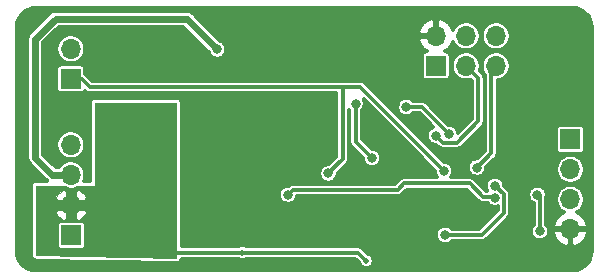
<source format=gbr>
G04 #@! TF.GenerationSoftware,KiCad,Pcbnew,(5.1.12)-1*
G04 #@! TF.CreationDate,2021-12-08T09:26:21+00:00*
G04 #@! TF.ProjectId,LightMinderSMD,4c696768-744d-4696-9e64-6572534d442e,rev?*
G04 #@! TF.SameCoordinates,Original*
G04 #@! TF.FileFunction,Copper,L2,Bot*
G04 #@! TF.FilePolarity,Positive*
%FSLAX46Y46*%
G04 Gerber Fmt 4.6, Leading zero omitted, Abs format (unit mm)*
G04 Created by KiCad (PCBNEW (5.1.12)-1) date 2021-12-08 09:26:21*
%MOMM*%
%LPD*%
G01*
G04 APERTURE LIST*
G04 #@! TA.AperFunction,ComponentPad*
%ADD10O,1.700000X1.700000*%
G04 #@! TD*
G04 #@! TA.AperFunction,ComponentPad*
%ADD11R,1.700000X1.700000*%
G04 #@! TD*
G04 #@! TA.AperFunction,ViaPad*
%ADD12C,0.800000*%
G04 #@! TD*
G04 #@! TA.AperFunction,ViaPad*
%ADD13C,0.500000*%
G04 #@! TD*
G04 #@! TA.AperFunction,Conductor*
%ADD14C,0.300000*%
G04 #@! TD*
G04 #@! TA.AperFunction,Conductor*
%ADD15C,0.600000*%
G04 #@! TD*
G04 #@! TA.AperFunction,Conductor*
%ADD16C,0.350000*%
G04 #@! TD*
G04 #@! TA.AperFunction,Conductor*
%ADD17C,0.100000*%
G04 #@! TD*
G04 #@! TA.AperFunction,Conductor*
%ADD18C,0.120000*%
G04 #@! TD*
G04 APERTURE END LIST*
D10*
X140300000Y-90740000D03*
X140300000Y-88200000D03*
X140300000Y-85660000D03*
D11*
X140300000Y-83120000D03*
D10*
X134000000Y-74360000D03*
X134000000Y-76900000D03*
X131460000Y-74360000D03*
X131460000Y-76900000D03*
X128920000Y-74360000D03*
D11*
X128920000Y-76900000D03*
D10*
X98000000Y-75460000D03*
D11*
X98000000Y-78000000D03*
D10*
X98000000Y-83580000D03*
X98000000Y-86120000D03*
X98000000Y-88660000D03*
D11*
X98000000Y-91200000D03*
D12*
X126400000Y-80400000D03*
X130000000Y-82649990D03*
X110400000Y-75500000D03*
X102200000Y-81400000D03*
X102200000Y-83400000D03*
X105500000Y-81400000D03*
X105500000Y-83400000D03*
D13*
X112500000Y-92700000D03*
X123000000Y-93400000D03*
D12*
X132400000Y-85500000D03*
X123500000Y-84700000D03*
X122100000Y-80100000D03*
X129700000Y-91200000D03*
X133900000Y-87038532D03*
X137500000Y-87800000D03*
X137700000Y-90900000D03*
X128900000Y-83900000D03*
X118062500Y-80837500D03*
X133900000Y-86000000D03*
X125600000Y-73800000D03*
X116400000Y-87800000D03*
X133900000Y-88054000D03*
X129600000Y-85800000D03*
X119800000Y-86000000D03*
X128900000Y-82800000D03*
D14*
X127750010Y-80400000D02*
X130000000Y-82649990D01*
X126400000Y-80400000D02*
X127750010Y-80400000D01*
D15*
X107800000Y-72900000D02*
X110400000Y-75500000D01*
X96700000Y-72900000D02*
X107800000Y-72900000D01*
X95000000Y-74600000D02*
X96700000Y-72900000D01*
X95000000Y-84700000D02*
X95000000Y-74600000D01*
X96420000Y-86120000D02*
X95000000Y-84700000D01*
X98000000Y-86120000D02*
X96420000Y-86120000D01*
D14*
X112500000Y-92700000D02*
X106000000Y-92700000D01*
X122300000Y-92700000D02*
X123000000Y-93400000D01*
X112500000Y-92700000D02*
X122300000Y-92700000D01*
X133600000Y-77300000D02*
X134000000Y-76900000D01*
X133600000Y-84300000D02*
X133600000Y-77300000D01*
X132400000Y-85500000D02*
X133600000Y-84300000D01*
X123500000Y-84700000D02*
X122100000Y-83300000D01*
X122100000Y-83300000D02*
X122100000Y-80100000D01*
X132800000Y-91200000D02*
X134650001Y-89349999D01*
X134650001Y-89349999D02*
X134650001Y-87743340D01*
X134650001Y-87743340D02*
X133945193Y-87038532D01*
X132800000Y-91200000D02*
X129700000Y-91200000D01*
X137700000Y-88000000D02*
X137700000Y-90900000D01*
X137500000Y-87800000D02*
X137700000Y-88000000D01*
X128820000Y-74460000D02*
X128920000Y-74360000D01*
X126260000Y-74460000D02*
X128820000Y-74460000D01*
X125600000Y-73800000D02*
X126260000Y-74460000D01*
X133846000Y-88000000D02*
X133900000Y-88054000D01*
X131749999Y-86849999D02*
X132900000Y-88000000D01*
X126235644Y-86849999D02*
X131749999Y-86849999D01*
X132900000Y-88000000D02*
X133846000Y-88000000D01*
X116799999Y-87400001D02*
X125685642Y-87400001D01*
X125685642Y-87400001D02*
X126235644Y-86849999D01*
X116400000Y-87800000D02*
X116799999Y-87400001D01*
X122500000Y-78700000D02*
X129600000Y-85800000D01*
X98900000Y-78000000D02*
X99600000Y-78700000D01*
X98000000Y-78000000D02*
X98900000Y-78000000D01*
X121000000Y-78700000D02*
X122500000Y-78700000D01*
X99600000Y-78700000D02*
X121000000Y-78700000D01*
X121000001Y-78700001D02*
X121000000Y-78700000D01*
X121000001Y-84799999D02*
X121000001Y-78700001D01*
X119800000Y-86000000D02*
X121000001Y-84799999D01*
X129500000Y-83400000D02*
X128900000Y-82800000D01*
X130700000Y-83400000D02*
X129500000Y-83400000D01*
X132500000Y-81600000D02*
X130700000Y-83400000D01*
X132500000Y-77940000D02*
X132500000Y-81600000D01*
X131460000Y-76900000D02*
X132500000Y-77940000D01*
D16*
X140810401Y-72032354D02*
X141108982Y-72122500D01*
X141384366Y-72268925D01*
X141626062Y-72466047D01*
X141824869Y-72706363D01*
X141973214Y-72980723D01*
X142065440Y-73278657D01*
X142100000Y-73607468D01*
X142100001Y-92580425D01*
X142067646Y-92910403D01*
X141977500Y-93208982D01*
X141831076Y-93484364D01*
X141633950Y-93726064D01*
X141393637Y-93924869D01*
X141119279Y-94073214D01*
X140821343Y-94165440D01*
X140492531Y-94200000D01*
X95019565Y-94200000D01*
X94689597Y-94167646D01*
X94391018Y-94077500D01*
X94115636Y-93931076D01*
X93873936Y-93733950D01*
X93675131Y-93493637D01*
X93526786Y-93219279D01*
X93434560Y-92921343D01*
X93400000Y-92592531D01*
X93400000Y-74600000D01*
X94321735Y-74600000D01*
X94325001Y-74633162D01*
X94325000Y-84666848D01*
X94321735Y-84700000D01*
X94325000Y-84733152D01*
X94325000Y-84733158D01*
X94334767Y-84832322D01*
X94373364Y-84959560D01*
X94430845Y-85067100D01*
X94436043Y-85076824D01*
X94499256Y-85153850D01*
X94499263Y-85153857D01*
X94520394Y-85179605D01*
X94546144Y-85200738D01*
X95919258Y-86573852D01*
X95940394Y-86599606D01*
X95971336Y-86625000D01*
X95000000Y-86625000D01*
X94926841Y-86632206D01*
X94856494Y-86653545D01*
X94791661Y-86688199D01*
X94734835Y-86734835D01*
X94688199Y-86791661D01*
X94653545Y-86856494D01*
X94632206Y-86926841D01*
X94625000Y-87000000D01*
X94625000Y-93000000D01*
X94631037Y-93067020D01*
X94651202Y-93137713D01*
X94684770Y-93203114D01*
X94730453Y-93260709D01*
X94786494Y-93308286D01*
X94850740Y-93344015D01*
X94920722Y-93366524D01*
X94993751Y-93374948D01*
X106993751Y-93574948D01*
X107073159Y-93567794D01*
X107143506Y-93546455D01*
X107208339Y-93511801D01*
X107265165Y-93465165D01*
X107311801Y-93408339D01*
X107346455Y-93343506D01*
X107367794Y-93273159D01*
X107372538Y-93225000D01*
X112160748Y-93225000D01*
X112203952Y-93253868D01*
X112317694Y-93300981D01*
X112438443Y-93325000D01*
X112561557Y-93325000D01*
X112682306Y-93300981D01*
X112796048Y-93253868D01*
X112839252Y-93225000D01*
X122082539Y-93225000D01*
X122388882Y-93531343D01*
X122399019Y-93582306D01*
X122446132Y-93696048D01*
X122514531Y-93798414D01*
X122601586Y-93885469D01*
X122703952Y-93953868D01*
X122817694Y-94000981D01*
X122938443Y-94025000D01*
X123061557Y-94025000D01*
X123182306Y-94000981D01*
X123296048Y-93953868D01*
X123398414Y-93885469D01*
X123485469Y-93798414D01*
X123553868Y-93696048D01*
X123600981Y-93582306D01*
X123625000Y-93461557D01*
X123625000Y-93338443D01*
X123600981Y-93217694D01*
X123553868Y-93103952D01*
X123485469Y-93001586D01*
X123398414Y-92914531D01*
X123296048Y-92846132D01*
X123182306Y-92799019D01*
X123131343Y-92788882D01*
X122689471Y-92347010D01*
X122673027Y-92326973D01*
X122593086Y-92261367D01*
X122501881Y-92212617D01*
X122402918Y-92182597D01*
X122325788Y-92175000D01*
X122325780Y-92175000D01*
X122300000Y-92172461D01*
X122274220Y-92175000D01*
X112839252Y-92175000D01*
X112796048Y-92146132D01*
X112682306Y-92099019D01*
X112561557Y-92075000D01*
X112438443Y-92075000D01*
X112317694Y-92099019D01*
X112203952Y-92146132D01*
X112160748Y-92175000D01*
X107375000Y-92175000D01*
X107375000Y-80000000D01*
X107367794Y-79926841D01*
X107346455Y-79856494D01*
X107311801Y-79791661D01*
X107265165Y-79734835D01*
X107208339Y-79688199D01*
X107143506Y-79653545D01*
X107073159Y-79632206D01*
X107000000Y-79625000D01*
X100000000Y-79625000D01*
X99926841Y-79632206D01*
X99856494Y-79653545D01*
X99791661Y-79688199D01*
X99734835Y-79734835D01*
X99688199Y-79791661D01*
X99653545Y-79856494D01*
X99632206Y-79926841D01*
X99625000Y-80000000D01*
X99625000Y-86625000D01*
X99116753Y-86625000D01*
X99177924Y-86477319D01*
X99225000Y-86240652D01*
X99225000Y-85999348D01*
X99177924Y-85762681D01*
X99085581Y-85539745D01*
X98951519Y-85339108D01*
X98780892Y-85168481D01*
X98580255Y-85034419D01*
X98357319Y-84942076D01*
X98120652Y-84895000D01*
X97879348Y-84895000D01*
X97642681Y-84942076D01*
X97419745Y-85034419D01*
X97219108Y-85168481D01*
X97048481Y-85339108D01*
X96977726Y-85445000D01*
X96699594Y-85445000D01*
X95675000Y-84420406D01*
X95675000Y-83459348D01*
X96775000Y-83459348D01*
X96775000Y-83700652D01*
X96822076Y-83937319D01*
X96914419Y-84160255D01*
X97048481Y-84360892D01*
X97219108Y-84531519D01*
X97419745Y-84665581D01*
X97642681Y-84757924D01*
X97879348Y-84805000D01*
X98120652Y-84805000D01*
X98357319Y-84757924D01*
X98580255Y-84665581D01*
X98780892Y-84531519D01*
X98951519Y-84360892D01*
X99085581Y-84160255D01*
X99177924Y-83937319D01*
X99225000Y-83700652D01*
X99225000Y-83459348D01*
X99177924Y-83222681D01*
X99085581Y-82999745D01*
X98951519Y-82799108D01*
X98780892Y-82628481D01*
X98580255Y-82494419D01*
X98357319Y-82402076D01*
X98120652Y-82355000D01*
X97879348Y-82355000D01*
X97642681Y-82402076D01*
X97419745Y-82494419D01*
X97219108Y-82628481D01*
X97048481Y-82799108D01*
X96914419Y-82999745D01*
X96822076Y-83222681D01*
X96775000Y-83459348D01*
X95675000Y-83459348D01*
X95675000Y-77150000D01*
X96773186Y-77150000D01*
X96773186Y-78850000D01*
X96780426Y-78923513D01*
X96801869Y-78994200D01*
X96836691Y-79059347D01*
X96883552Y-79116448D01*
X96940653Y-79163309D01*
X97005800Y-79198131D01*
X97076487Y-79219574D01*
X97150000Y-79226814D01*
X98850000Y-79226814D01*
X98923513Y-79219574D01*
X98994200Y-79198131D01*
X99059347Y-79163309D01*
X99116448Y-79116448D01*
X99163309Y-79059347D01*
X99181971Y-79024433D01*
X99210534Y-79052995D01*
X99226973Y-79073027D01*
X99306914Y-79138633D01*
X99398119Y-79187383D01*
X99497082Y-79217403D01*
X99574212Y-79225000D01*
X99574219Y-79225000D01*
X99599999Y-79227539D01*
X99625779Y-79225000D01*
X120475002Y-79225000D01*
X120475001Y-84582537D01*
X119832539Y-85225000D01*
X119723669Y-85225000D01*
X119573941Y-85254783D01*
X119432900Y-85313204D01*
X119305966Y-85398018D01*
X119198018Y-85505966D01*
X119113204Y-85632900D01*
X119054783Y-85773941D01*
X119025000Y-85923669D01*
X119025000Y-86076331D01*
X119054783Y-86226059D01*
X119113204Y-86367100D01*
X119198018Y-86494034D01*
X119305966Y-86601982D01*
X119432900Y-86686796D01*
X119573941Y-86745217D01*
X119723669Y-86775000D01*
X119876331Y-86775000D01*
X120026059Y-86745217D01*
X120167100Y-86686796D01*
X120294034Y-86601982D01*
X120401982Y-86494034D01*
X120486796Y-86367100D01*
X120545217Y-86226059D01*
X120575000Y-86076331D01*
X120575000Y-85967461D01*
X121352997Y-85189465D01*
X121373028Y-85173026D01*
X121438634Y-85093085D01*
X121487384Y-85001880D01*
X121517404Y-84902917D01*
X121525001Y-84825787D01*
X121525001Y-84825786D01*
X121527541Y-84799999D01*
X121525001Y-84774211D01*
X121525001Y-80621017D01*
X121575001Y-80671017D01*
X121575000Y-83274220D01*
X121572461Y-83300000D01*
X121575000Y-83325780D01*
X121575000Y-83325787D01*
X121582597Y-83402917D01*
X121612617Y-83501880D01*
X121661367Y-83593086D01*
X121726973Y-83673027D01*
X121747010Y-83689471D01*
X122725000Y-84667462D01*
X122725000Y-84776331D01*
X122754783Y-84926059D01*
X122813204Y-85067100D01*
X122898018Y-85194034D01*
X123005966Y-85301982D01*
X123132900Y-85386796D01*
X123273941Y-85445217D01*
X123423669Y-85475000D01*
X123576331Y-85475000D01*
X123726059Y-85445217D01*
X123867100Y-85386796D01*
X123994034Y-85301982D01*
X124101982Y-85194034D01*
X124186796Y-85067100D01*
X124245217Y-84926059D01*
X124275000Y-84776331D01*
X124275000Y-84623669D01*
X124245217Y-84473941D01*
X124186796Y-84332900D01*
X124101982Y-84205966D01*
X123994034Y-84098018D01*
X123867100Y-84013204D01*
X123726059Y-83954783D01*
X123576331Y-83925000D01*
X123467462Y-83925000D01*
X122625000Y-83082539D01*
X122625000Y-80671016D01*
X122701982Y-80594034D01*
X122786796Y-80467100D01*
X122845217Y-80326059D01*
X122875000Y-80176331D01*
X122875000Y-80023669D01*
X122845217Y-79873941D01*
X122786796Y-79732900D01*
X122779461Y-79721922D01*
X128825000Y-85767462D01*
X128825000Y-85876331D01*
X128854783Y-86026059D01*
X128913204Y-86167100D01*
X128998018Y-86294034D01*
X129028983Y-86324999D01*
X126261423Y-86324999D01*
X126235643Y-86322460D01*
X126209863Y-86324999D01*
X126209856Y-86324999D01*
X126132726Y-86332596D01*
X126033763Y-86362616D01*
X125942558Y-86411366D01*
X125862617Y-86476972D01*
X125846177Y-86497004D01*
X125468181Y-86875001D01*
X116825778Y-86875001D01*
X116799998Y-86872462D01*
X116774218Y-86875001D01*
X116774211Y-86875001D01*
X116697081Y-86882598D01*
X116598118Y-86912618D01*
X116506913Y-86961368D01*
X116429377Y-87025000D01*
X116323669Y-87025000D01*
X116173941Y-87054783D01*
X116032900Y-87113204D01*
X115905966Y-87198018D01*
X115798018Y-87305966D01*
X115713204Y-87432900D01*
X115654783Y-87573941D01*
X115625000Y-87723669D01*
X115625000Y-87876331D01*
X115654783Y-88026059D01*
X115713204Y-88167100D01*
X115798018Y-88294034D01*
X115905966Y-88401982D01*
X116032900Y-88486796D01*
X116173941Y-88545217D01*
X116323669Y-88575000D01*
X116476331Y-88575000D01*
X116626059Y-88545217D01*
X116767100Y-88486796D01*
X116894034Y-88401982D01*
X117001982Y-88294034D01*
X117086796Y-88167100D01*
X117145217Y-88026059D01*
X117165319Y-87925001D01*
X125659862Y-87925001D01*
X125685642Y-87927540D01*
X125711422Y-87925001D01*
X125711430Y-87925001D01*
X125788560Y-87917404D01*
X125887523Y-87887384D01*
X125978728Y-87838634D01*
X126058669Y-87773028D01*
X126075113Y-87752992D01*
X126453106Y-87374999D01*
X131532538Y-87374999D01*
X132510534Y-88352996D01*
X132526973Y-88373027D01*
X132606914Y-88438633D01*
X132698119Y-88487383D01*
X132797082Y-88517403D01*
X132874212Y-88525000D01*
X132874219Y-88525000D01*
X132899999Y-88527539D01*
X132925779Y-88525000D01*
X133282627Y-88525000D01*
X133298018Y-88548034D01*
X133405966Y-88655982D01*
X133532900Y-88740796D01*
X133673941Y-88799217D01*
X133823669Y-88829000D01*
X133976331Y-88829000D01*
X134125001Y-88799427D01*
X134125001Y-89132537D01*
X132582539Y-90675000D01*
X130271016Y-90675000D01*
X130194034Y-90598018D01*
X130067100Y-90513204D01*
X129926059Y-90454783D01*
X129776331Y-90425000D01*
X129623669Y-90425000D01*
X129473941Y-90454783D01*
X129332900Y-90513204D01*
X129205966Y-90598018D01*
X129098018Y-90705966D01*
X129013204Y-90832900D01*
X128954783Y-90973941D01*
X128925000Y-91123669D01*
X128925000Y-91276331D01*
X128954783Y-91426059D01*
X129013204Y-91567100D01*
X129098018Y-91694034D01*
X129205966Y-91801982D01*
X129332900Y-91886796D01*
X129473941Y-91945217D01*
X129623669Y-91975000D01*
X129776331Y-91975000D01*
X129926059Y-91945217D01*
X130067100Y-91886796D01*
X130194034Y-91801982D01*
X130271016Y-91725000D01*
X132774220Y-91725000D01*
X132800000Y-91727539D01*
X132825780Y-91725000D01*
X132825788Y-91725000D01*
X132902918Y-91717403D01*
X133001881Y-91687383D01*
X133093086Y-91638633D01*
X133173027Y-91573027D01*
X133189471Y-91552990D01*
X135002997Y-89739465D01*
X135023028Y-89723026D01*
X135088634Y-89643085D01*
X135137384Y-89551880D01*
X135167404Y-89452917D01*
X135175001Y-89375787D01*
X135175001Y-89375786D01*
X135177541Y-89349999D01*
X135175001Y-89324211D01*
X135175001Y-87769119D01*
X135177540Y-87743339D01*
X135175603Y-87723669D01*
X136725000Y-87723669D01*
X136725000Y-87876331D01*
X136754783Y-88026059D01*
X136813204Y-88167100D01*
X136898018Y-88294034D01*
X137005966Y-88401982D01*
X137132900Y-88486796D01*
X137175000Y-88504234D01*
X137175001Y-90328983D01*
X137098018Y-90405966D01*
X137013204Y-90532900D01*
X136954783Y-90673941D01*
X136925000Y-90823669D01*
X136925000Y-90976331D01*
X136954783Y-91126059D01*
X137013204Y-91267100D01*
X137098018Y-91394034D01*
X137205966Y-91501982D01*
X137332900Y-91586796D01*
X137473941Y-91645217D01*
X137623669Y-91675000D01*
X137776331Y-91675000D01*
X137926059Y-91645217D01*
X138067100Y-91586796D01*
X138194034Y-91501982D01*
X138301982Y-91394034D01*
X138386796Y-91267100D01*
X138445217Y-91126059D01*
X138458849Y-91057523D01*
X138800244Y-91057523D01*
X138876590Y-91309211D01*
X139014988Y-91575967D01*
X139202768Y-91810598D01*
X139432714Y-92004086D01*
X139695990Y-92148996D01*
X139982477Y-92239759D01*
X140221000Y-92100216D01*
X140221000Y-90819000D01*
X140379000Y-90819000D01*
X140379000Y-92100216D01*
X140617523Y-92239759D01*
X140904010Y-92148996D01*
X141167286Y-92004086D01*
X141397232Y-91810598D01*
X141585012Y-91575967D01*
X141723410Y-91309211D01*
X141799756Y-91057523D01*
X141659957Y-90819000D01*
X140379000Y-90819000D01*
X140221000Y-90819000D01*
X138940043Y-90819000D01*
X138800244Y-91057523D01*
X138458849Y-91057523D01*
X138475000Y-90976331D01*
X138475000Y-90823669D01*
X138445217Y-90673941D01*
X138386796Y-90532900D01*
X138313015Y-90422477D01*
X138800244Y-90422477D01*
X138940043Y-90661000D01*
X140221000Y-90661000D01*
X140221000Y-90641000D01*
X140379000Y-90641000D01*
X140379000Y-90661000D01*
X141659957Y-90661000D01*
X141799756Y-90422477D01*
X141723410Y-90170789D01*
X141585012Y-89904033D01*
X141397232Y-89669402D01*
X141167286Y-89475914D01*
X140904010Y-89331004D01*
X140828414Y-89307054D01*
X140880255Y-89285581D01*
X141080892Y-89151519D01*
X141251519Y-88980892D01*
X141385581Y-88780255D01*
X141477924Y-88557319D01*
X141525000Y-88320652D01*
X141525000Y-88079348D01*
X141477924Y-87842681D01*
X141385581Y-87619745D01*
X141251519Y-87419108D01*
X141080892Y-87248481D01*
X140880255Y-87114419D01*
X140657319Y-87022076D01*
X140420652Y-86975000D01*
X140179348Y-86975000D01*
X139942681Y-87022076D01*
X139719745Y-87114419D01*
X139519108Y-87248481D01*
X139348481Y-87419108D01*
X139214419Y-87619745D01*
X139122076Y-87842681D01*
X139075000Y-88079348D01*
X139075000Y-88320652D01*
X139122076Y-88557319D01*
X139214419Y-88780255D01*
X139348481Y-88980892D01*
X139519108Y-89151519D01*
X139719745Y-89285581D01*
X139771586Y-89307054D01*
X139695990Y-89331004D01*
X139432714Y-89475914D01*
X139202768Y-89669402D01*
X139014988Y-89904033D01*
X138876590Y-90170789D01*
X138800244Y-90422477D01*
X138313015Y-90422477D01*
X138301982Y-90405966D01*
X138225000Y-90328984D01*
X138225000Y-88074867D01*
X138245217Y-88026059D01*
X138275000Y-87876331D01*
X138275000Y-87723669D01*
X138245217Y-87573941D01*
X138186796Y-87432900D01*
X138101982Y-87305966D01*
X137994034Y-87198018D01*
X137867100Y-87113204D01*
X137726059Y-87054783D01*
X137576331Y-87025000D01*
X137423669Y-87025000D01*
X137273941Y-87054783D01*
X137132900Y-87113204D01*
X137005966Y-87198018D01*
X136898018Y-87305966D01*
X136813204Y-87432900D01*
X136754783Y-87573941D01*
X136725000Y-87723669D01*
X135175603Y-87723669D01*
X135175001Y-87717559D01*
X135175001Y-87717552D01*
X135167404Y-87640422D01*
X135137384Y-87541459D01*
X135088634Y-87450254D01*
X135023028Y-87370313D01*
X135002996Y-87353874D01*
X134675000Y-87025877D01*
X134675000Y-86962201D01*
X134645217Y-86812473D01*
X134586796Y-86671432D01*
X134501982Y-86544498D01*
X134394034Y-86436550D01*
X134267100Y-86351736D01*
X134126059Y-86293315D01*
X133976331Y-86263532D01*
X133823669Y-86263532D01*
X133673941Y-86293315D01*
X133532900Y-86351736D01*
X133405966Y-86436550D01*
X133298018Y-86544498D01*
X133213204Y-86671432D01*
X133154783Y-86812473D01*
X133125000Y-86962201D01*
X133125000Y-87114863D01*
X133154783Y-87264591D01*
X133213204Y-87405632D01*
X133259554Y-87475000D01*
X133117462Y-87475000D01*
X132139470Y-86497009D01*
X132123026Y-86476972D01*
X132043085Y-86411366D01*
X131951880Y-86362616D01*
X131852917Y-86332596D01*
X131775787Y-86324999D01*
X131775779Y-86324999D01*
X131749999Y-86322460D01*
X131724219Y-86324999D01*
X130171017Y-86324999D01*
X130201982Y-86294034D01*
X130286796Y-86167100D01*
X130345217Y-86026059D01*
X130375000Y-85876331D01*
X130375000Y-85723669D01*
X130345217Y-85573941D01*
X130286796Y-85432900D01*
X130280629Y-85423669D01*
X131625000Y-85423669D01*
X131625000Y-85576331D01*
X131654783Y-85726059D01*
X131713204Y-85867100D01*
X131798018Y-85994034D01*
X131905966Y-86101982D01*
X132032900Y-86186796D01*
X132173941Y-86245217D01*
X132323669Y-86275000D01*
X132476331Y-86275000D01*
X132626059Y-86245217D01*
X132767100Y-86186796D01*
X132894034Y-86101982D01*
X133001982Y-85994034D01*
X133086796Y-85867100D01*
X133145217Y-85726059D01*
X133175000Y-85576331D01*
X133175000Y-85539348D01*
X139075000Y-85539348D01*
X139075000Y-85780652D01*
X139122076Y-86017319D01*
X139214419Y-86240255D01*
X139348481Y-86440892D01*
X139519108Y-86611519D01*
X139719745Y-86745581D01*
X139942681Y-86837924D01*
X140179348Y-86885000D01*
X140420652Y-86885000D01*
X140657319Y-86837924D01*
X140880255Y-86745581D01*
X141080892Y-86611519D01*
X141251519Y-86440892D01*
X141385581Y-86240255D01*
X141477924Y-86017319D01*
X141525000Y-85780652D01*
X141525000Y-85539348D01*
X141477924Y-85302681D01*
X141385581Y-85079745D01*
X141251519Y-84879108D01*
X141080892Y-84708481D01*
X140880255Y-84574419D01*
X140657319Y-84482076D01*
X140420652Y-84435000D01*
X140179348Y-84435000D01*
X139942681Y-84482076D01*
X139719745Y-84574419D01*
X139519108Y-84708481D01*
X139348481Y-84879108D01*
X139214419Y-85079745D01*
X139122076Y-85302681D01*
X139075000Y-85539348D01*
X133175000Y-85539348D01*
X133175000Y-85467461D01*
X133952996Y-84689466D01*
X133973027Y-84673027D01*
X134038633Y-84593086D01*
X134087383Y-84501881D01*
X134117403Y-84402918D01*
X134125000Y-84325788D01*
X134125000Y-84325781D01*
X134127539Y-84300001D01*
X134125000Y-84274221D01*
X134125000Y-82270000D01*
X139073186Y-82270000D01*
X139073186Y-83970000D01*
X139080426Y-84043513D01*
X139101869Y-84114200D01*
X139136691Y-84179347D01*
X139183552Y-84236448D01*
X139240653Y-84283309D01*
X139305800Y-84318131D01*
X139376487Y-84339574D01*
X139450000Y-84346814D01*
X141150000Y-84346814D01*
X141223513Y-84339574D01*
X141294200Y-84318131D01*
X141359347Y-84283309D01*
X141416448Y-84236448D01*
X141463309Y-84179347D01*
X141498131Y-84114200D01*
X141519574Y-84043513D01*
X141526814Y-83970000D01*
X141526814Y-82270000D01*
X141519574Y-82196487D01*
X141498131Y-82125800D01*
X141463309Y-82060653D01*
X141416448Y-82003552D01*
X141359347Y-81956691D01*
X141294200Y-81921869D01*
X141223513Y-81900426D01*
X141150000Y-81893186D01*
X139450000Y-81893186D01*
X139376487Y-81900426D01*
X139305800Y-81921869D01*
X139240653Y-81956691D01*
X139183552Y-82003552D01*
X139136691Y-82060653D01*
X139101869Y-82125800D01*
X139080426Y-82196487D01*
X139073186Y-82270000D01*
X134125000Y-82270000D01*
X134125000Y-78124135D01*
X134357319Y-78077924D01*
X134580255Y-77985581D01*
X134780892Y-77851519D01*
X134951519Y-77680892D01*
X135085581Y-77480255D01*
X135177924Y-77257319D01*
X135225000Y-77020652D01*
X135225000Y-76779348D01*
X135177924Y-76542681D01*
X135085581Y-76319745D01*
X134951519Y-76119108D01*
X134780892Y-75948481D01*
X134580255Y-75814419D01*
X134357319Y-75722076D01*
X134120652Y-75675000D01*
X133879348Y-75675000D01*
X133642681Y-75722076D01*
X133419745Y-75814419D01*
X133219108Y-75948481D01*
X133048481Y-76119108D01*
X132914419Y-76319745D01*
X132822076Y-76542681D01*
X132775000Y-76779348D01*
X132775000Y-77020652D01*
X132822076Y-77257319D01*
X132914419Y-77480255D01*
X133048481Y-77680892D01*
X133075001Y-77707412D01*
X133075000Y-84082538D01*
X132432539Y-84725000D01*
X132323669Y-84725000D01*
X132173941Y-84754783D01*
X132032900Y-84813204D01*
X131905966Y-84898018D01*
X131798018Y-85005966D01*
X131713204Y-85132900D01*
X131654783Y-85273941D01*
X131625000Y-85423669D01*
X130280629Y-85423669D01*
X130201982Y-85305966D01*
X130094034Y-85198018D01*
X129967100Y-85113204D01*
X129826059Y-85054783D01*
X129676331Y-85025000D01*
X129567462Y-85025000D01*
X124866131Y-80323669D01*
X125625000Y-80323669D01*
X125625000Y-80476331D01*
X125654783Y-80626059D01*
X125713204Y-80767100D01*
X125798018Y-80894034D01*
X125905966Y-81001982D01*
X126032900Y-81086796D01*
X126173941Y-81145217D01*
X126323669Y-81175000D01*
X126476331Y-81175000D01*
X126626059Y-81145217D01*
X126767100Y-81086796D01*
X126894034Y-81001982D01*
X126971016Y-80925000D01*
X127532549Y-80925000D01*
X128665732Y-82058183D01*
X128532900Y-82113204D01*
X128405966Y-82198018D01*
X128298018Y-82305966D01*
X128213204Y-82432900D01*
X128154783Y-82573941D01*
X128125000Y-82723669D01*
X128125000Y-82876331D01*
X128154783Y-83026059D01*
X128213204Y-83167100D01*
X128298018Y-83294034D01*
X128405966Y-83401982D01*
X128532900Y-83486796D01*
X128673941Y-83545217D01*
X128823669Y-83575000D01*
X128932538Y-83575000D01*
X129110533Y-83752995D01*
X129126973Y-83773027D01*
X129206914Y-83838633D01*
X129298119Y-83887383D01*
X129397082Y-83917403D01*
X129474212Y-83925000D01*
X129474219Y-83925000D01*
X129499999Y-83927539D01*
X129525779Y-83925000D01*
X130674220Y-83925000D01*
X130700000Y-83927539D01*
X130725780Y-83925000D01*
X130725788Y-83925000D01*
X130802918Y-83917403D01*
X130901881Y-83887383D01*
X130993086Y-83838633D01*
X131073027Y-83773027D01*
X131089471Y-83752990D01*
X132852996Y-81989466D01*
X132873027Y-81973027D01*
X132938633Y-81893086D01*
X132987383Y-81801881D01*
X133017403Y-81702918D01*
X133025000Y-81625788D01*
X133025000Y-81625781D01*
X133027539Y-81600001D01*
X133025000Y-81574221D01*
X133025000Y-77965779D01*
X133027539Y-77939999D01*
X133025000Y-77914219D01*
X133025000Y-77914212D01*
X133017403Y-77837082D01*
X132987383Y-77738119D01*
X132938633Y-77646914D01*
X132873027Y-77566973D01*
X132852996Y-77550534D01*
X132615036Y-77312575D01*
X132637924Y-77257319D01*
X132685000Y-77020652D01*
X132685000Y-76779348D01*
X132637924Y-76542681D01*
X132545581Y-76319745D01*
X132411519Y-76119108D01*
X132240892Y-75948481D01*
X132040255Y-75814419D01*
X131817319Y-75722076D01*
X131580652Y-75675000D01*
X131339348Y-75675000D01*
X131102681Y-75722076D01*
X130879745Y-75814419D01*
X130679108Y-75948481D01*
X130508481Y-76119108D01*
X130374419Y-76319745D01*
X130282076Y-76542681D01*
X130235000Y-76779348D01*
X130235000Y-77020652D01*
X130282076Y-77257319D01*
X130374419Y-77480255D01*
X130508481Y-77680892D01*
X130679108Y-77851519D01*
X130879745Y-77985581D01*
X131102681Y-78077924D01*
X131339348Y-78125000D01*
X131580652Y-78125000D01*
X131817319Y-78077924D01*
X131872575Y-78055036D01*
X131975000Y-78157462D01*
X131975001Y-81382537D01*
X130775000Y-82582539D01*
X130775000Y-82573659D01*
X130745217Y-82423931D01*
X130686796Y-82282890D01*
X130601982Y-82155956D01*
X130494034Y-82048008D01*
X130367100Y-81963194D01*
X130226059Y-81904773D01*
X130076331Y-81874990D01*
X129967462Y-81874990D01*
X128139481Y-80047010D01*
X128123037Y-80026973D01*
X128043096Y-79961367D01*
X127951891Y-79912617D01*
X127852928Y-79882597D01*
X127775798Y-79875000D01*
X127775790Y-79875000D01*
X127750010Y-79872461D01*
X127724230Y-79875000D01*
X126971016Y-79875000D01*
X126894034Y-79798018D01*
X126767100Y-79713204D01*
X126626059Y-79654783D01*
X126476331Y-79625000D01*
X126323669Y-79625000D01*
X126173941Y-79654783D01*
X126032900Y-79713204D01*
X125905966Y-79798018D01*
X125798018Y-79905966D01*
X125713204Y-80032900D01*
X125654783Y-80173941D01*
X125625000Y-80323669D01*
X124866131Y-80323669D01*
X122889471Y-78347010D01*
X122873027Y-78326973D01*
X122793086Y-78261367D01*
X122701881Y-78212617D01*
X122602918Y-78182597D01*
X122525788Y-78175000D01*
X122525780Y-78175000D01*
X122500000Y-78172461D01*
X122474220Y-78175000D01*
X121025780Y-78175000D01*
X121011244Y-78173568D01*
X121000001Y-78172461D01*
X121000000Y-78172461D01*
X120974220Y-78175000D01*
X99817462Y-78175000D01*
X99289471Y-77647010D01*
X99273027Y-77626973D01*
X99226814Y-77589047D01*
X99226814Y-77150000D01*
X99219574Y-77076487D01*
X99198131Y-77005800D01*
X99163309Y-76940653D01*
X99116448Y-76883552D01*
X99059347Y-76836691D01*
X98994200Y-76801869D01*
X98923513Y-76780426D01*
X98850000Y-76773186D01*
X97150000Y-76773186D01*
X97076487Y-76780426D01*
X97005800Y-76801869D01*
X96940653Y-76836691D01*
X96883552Y-76883552D01*
X96836691Y-76940653D01*
X96801869Y-77005800D01*
X96780426Y-77076487D01*
X96773186Y-77150000D01*
X95675000Y-77150000D01*
X95675000Y-75339348D01*
X96775000Y-75339348D01*
X96775000Y-75580652D01*
X96822076Y-75817319D01*
X96914419Y-76040255D01*
X97048481Y-76240892D01*
X97219108Y-76411519D01*
X97419745Y-76545581D01*
X97642681Y-76637924D01*
X97879348Y-76685000D01*
X98120652Y-76685000D01*
X98357319Y-76637924D01*
X98580255Y-76545581D01*
X98780892Y-76411519D01*
X98951519Y-76240892D01*
X99085581Y-76040255D01*
X99177924Y-75817319D01*
X99225000Y-75580652D01*
X99225000Y-75339348D01*
X99177924Y-75102681D01*
X99085581Y-74879745D01*
X98951519Y-74679108D01*
X98780892Y-74508481D01*
X98580255Y-74374419D01*
X98357319Y-74282076D01*
X98120652Y-74235000D01*
X97879348Y-74235000D01*
X97642681Y-74282076D01*
X97419745Y-74374419D01*
X97219108Y-74508481D01*
X97048481Y-74679108D01*
X96914419Y-74879745D01*
X96822076Y-75102681D01*
X96775000Y-75339348D01*
X95675000Y-75339348D01*
X95675000Y-74879594D01*
X96979594Y-73575000D01*
X107520406Y-73575000D01*
X109650641Y-75705235D01*
X109654783Y-75726059D01*
X109713204Y-75867100D01*
X109798018Y-75994034D01*
X109905966Y-76101982D01*
X110032900Y-76186796D01*
X110173941Y-76245217D01*
X110323669Y-76275000D01*
X110476331Y-76275000D01*
X110626059Y-76245217D01*
X110767100Y-76186796D01*
X110894034Y-76101982D01*
X111001982Y-75994034D01*
X111086796Y-75867100D01*
X111145217Y-75726059D01*
X111175000Y-75576331D01*
X111175000Y-75423669D01*
X111145217Y-75273941D01*
X111086796Y-75132900D01*
X111001982Y-75005966D01*
X110894034Y-74898018D01*
X110767100Y-74813204D01*
X110626059Y-74754783D01*
X110605235Y-74750641D01*
X110532117Y-74677523D01*
X127420241Y-74677523D01*
X127511004Y-74964010D01*
X127655914Y-75227286D01*
X127849402Y-75457232D01*
X128084033Y-75645012D01*
X128138337Y-75673186D01*
X128070000Y-75673186D01*
X127996487Y-75680426D01*
X127925800Y-75701869D01*
X127860653Y-75736691D01*
X127803552Y-75783552D01*
X127756691Y-75840653D01*
X127721869Y-75905800D01*
X127700426Y-75976487D01*
X127693186Y-76050000D01*
X127693186Y-77750000D01*
X127700426Y-77823513D01*
X127721869Y-77894200D01*
X127756691Y-77959347D01*
X127803552Y-78016448D01*
X127860653Y-78063309D01*
X127925800Y-78098131D01*
X127996487Y-78119574D01*
X128070000Y-78126814D01*
X129770000Y-78126814D01*
X129843513Y-78119574D01*
X129914200Y-78098131D01*
X129979347Y-78063309D01*
X130036448Y-78016448D01*
X130083309Y-77959347D01*
X130118131Y-77894200D01*
X130139574Y-77823513D01*
X130146814Y-77750000D01*
X130146814Y-76050000D01*
X130139574Y-75976487D01*
X130118131Y-75905800D01*
X130083309Y-75840653D01*
X130036448Y-75783552D01*
X129979347Y-75736691D01*
X129914200Y-75701869D01*
X129843513Y-75680426D01*
X129770000Y-75673186D01*
X129701663Y-75673186D01*
X129755967Y-75645012D01*
X129990598Y-75457232D01*
X130184086Y-75227286D01*
X130328996Y-74964010D01*
X130352946Y-74888414D01*
X130374419Y-74940255D01*
X130508481Y-75140892D01*
X130679108Y-75311519D01*
X130879745Y-75445581D01*
X131102681Y-75537924D01*
X131339348Y-75585000D01*
X131580652Y-75585000D01*
X131817319Y-75537924D01*
X132040255Y-75445581D01*
X132240892Y-75311519D01*
X132411519Y-75140892D01*
X132545581Y-74940255D01*
X132637924Y-74717319D01*
X132685000Y-74480652D01*
X132685000Y-74239348D01*
X132775000Y-74239348D01*
X132775000Y-74480652D01*
X132822076Y-74717319D01*
X132914419Y-74940255D01*
X133048481Y-75140892D01*
X133219108Y-75311519D01*
X133419745Y-75445581D01*
X133642681Y-75537924D01*
X133879348Y-75585000D01*
X134120652Y-75585000D01*
X134357319Y-75537924D01*
X134580255Y-75445581D01*
X134780892Y-75311519D01*
X134951519Y-75140892D01*
X135085581Y-74940255D01*
X135177924Y-74717319D01*
X135225000Y-74480652D01*
X135225000Y-74239348D01*
X135177924Y-74002681D01*
X135085581Y-73779745D01*
X134951519Y-73579108D01*
X134780892Y-73408481D01*
X134580255Y-73274419D01*
X134357319Y-73182076D01*
X134120652Y-73135000D01*
X133879348Y-73135000D01*
X133642681Y-73182076D01*
X133419745Y-73274419D01*
X133219108Y-73408481D01*
X133048481Y-73579108D01*
X132914419Y-73779745D01*
X132822076Y-74002681D01*
X132775000Y-74239348D01*
X132685000Y-74239348D01*
X132637924Y-74002681D01*
X132545581Y-73779745D01*
X132411519Y-73579108D01*
X132240892Y-73408481D01*
X132040255Y-73274419D01*
X131817319Y-73182076D01*
X131580652Y-73135000D01*
X131339348Y-73135000D01*
X131102681Y-73182076D01*
X130879745Y-73274419D01*
X130679108Y-73408481D01*
X130508481Y-73579108D01*
X130374419Y-73779745D01*
X130352946Y-73831586D01*
X130328996Y-73755990D01*
X130184086Y-73492714D01*
X129990598Y-73262768D01*
X129755967Y-73074988D01*
X129489211Y-72936590D01*
X129237523Y-72860244D01*
X128999000Y-73000043D01*
X128999000Y-74281000D01*
X129019000Y-74281000D01*
X129019000Y-74439000D01*
X128999000Y-74439000D01*
X128999000Y-74459000D01*
X128841000Y-74459000D01*
X128841000Y-74439000D01*
X127559784Y-74439000D01*
X127420241Y-74677523D01*
X110532117Y-74677523D01*
X109897071Y-74042477D01*
X127420241Y-74042477D01*
X127559784Y-74281000D01*
X128841000Y-74281000D01*
X128841000Y-73000043D01*
X128602477Y-72860244D01*
X128350789Y-72936590D01*
X128084033Y-73074988D01*
X127849402Y-73262768D01*
X127655914Y-73492714D01*
X127511004Y-73755990D01*
X127420241Y-74042477D01*
X109897071Y-74042477D01*
X108300742Y-72446148D01*
X108279606Y-72420394D01*
X108176824Y-72336042D01*
X108059561Y-72273364D01*
X107932323Y-72234767D01*
X107833159Y-72225000D01*
X107833152Y-72225000D01*
X107800000Y-72221735D01*
X107766848Y-72225000D01*
X96733151Y-72225000D01*
X96699999Y-72221735D01*
X96666847Y-72225000D01*
X96666841Y-72225000D01*
X96581499Y-72233406D01*
X96567676Y-72234767D01*
X96548527Y-72240576D01*
X96440439Y-72273364D01*
X96323176Y-72336042D01*
X96220394Y-72420394D01*
X96199258Y-72446148D01*
X94546143Y-74099263D01*
X94520395Y-74120394D01*
X94499264Y-74146142D01*
X94499256Y-74146150D01*
X94436043Y-74223176D01*
X94373365Y-74340439D01*
X94334767Y-74467677D01*
X94321735Y-74600000D01*
X93400000Y-74600000D01*
X93400000Y-73619564D01*
X93432354Y-73289599D01*
X93522500Y-72991018D01*
X93668925Y-72715634D01*
X93866047Y-72473938D01*
X94106363Y-72275131D01*
X94380723Y-72126786D01*
X94678657Y-72034560D01*
X95007468Y-72000000D01*
X140480436Y-72000000D01*
X140810401Y-72032354D01*
G04 #@! TA.AperFunction,Conductor*
D17*
G36*
X140810401Y-72032354D02*
G01*
X141108982Y-72122500D01*
X141384366Y-72268925D01*
X141626062Y-72466047D01*
X141824869Y-72706363D01*
X141973214Y-72980723D01*
X142065440Y-73278657D01*
X142100000Y-73607468D01*
X142100001Y-92580425D01*
X142067646Y-92910403D01*
X141977500Y-93208982D01*
X141831076Y-93484364D01*
X141633950Y-93726064D01*
X141393637Y-93924869D01*
X141119279Y-94073214D01*
X140821343Y-94165440D01*
X140492531Y-94200000D01*
X95019565Y-94200000D01*
X94689597Y-94167646D01*
X94391018Y-94077500D01*
X94115636Y-93931076D01*
X93873936Y-93733950D01*
X93675131Y-93493637D01*
X93526786Y-93219279D01*
X93434560Y-92921343D01*
X93400000Y-92592531D01*
X93400000Y-74600000D01*
X94321735Y-74600000D01*
X94325001Y-74633162D01*
X94325000Y-84666848D01*
X94321735Y-84700000D01*
X94325000Y-84733152D01*
X94325000Y-84733158D01*
X94334767Y-84832322D01*
X94373364Y-84959560D01*
X94430845Y-85067100D01*
X94436043Y-85076824D01*
X94499256Y-85153850D01*
X94499263Y-85153857D01*
X94520394Y-85179605D01*
X94546144Y-85200738D01*
X95919258Y-86573852D01*
X95940394Y-86599606D01*
X95971336Y-86625000D01*
X95000000Y-86625000D01*
X94926841Y-86632206D01*
X94856494Y-86653545D01*
X94791661Y-86688199D01*
X94734835Y-86734835D01*
X94688199Y-86791661D01*
X94653545Y-86856494D01*
X94632206Y-86926841D01*
X94625000Y-87000000D01*
X94625000Y-93000000D01*
X94631037Y-93067020D01*
X94651202Y-93137713D01*
X94684770Y-93203114D01*
X94730453Y-93260709D01*
X94786494Y-93308286D01*
X94850740Y-93344015D01*
X94920722Y-93366524D01*
X94993751Y-93374948D01*
X106993751Y-93574948D01*
X107073159Y-93567794D01*
X107143506Y-93546455D01*
X107208339Y-93511801D01*
X107265165Y-93465165D01*
X107311801Y-93408339D01*
X107346455Y-93343506D01*
X107367794Y-93273159D01*
X107372538Y-93225000D01*
X112160748Y-93225000D01*
X112203952Y-93253868D01*
X112317694Y-93300981D01*
X112438443Y-93325000D01*
X112561557Y-93325000D01*
X112682306Y-93300981D01*
X112796048Y-93253868D01*
X112839252Y-93225000D01*
X122082539Y-93225000D01*
X122388882Y-93531343D01*
X122399019Y-93582306D01*
X122446132Y-93696048D01*
X122514531Y-93798414D01*
X122601586Y-93885469D01*
X122703952Y-93953868D01*
X122817694Y-94000981D01*
X122938443Y-94025000D01*
X123061557Y-94025000D01*
X123182306Y-94000981D01*
X123296048Y-93953868D01*
X123398414Y-93885469D01*
X123485469Y-93798414D01*
X123553868Y-93696048D01*
X123600981Y-93582306D01*
X123625000Y-93461557D01*
X123625000Y-93338443D01*
X123600981Y-93217694D01*
X123553868Y-93103952D01*
X123485469Y-93001586D01*
X123398414Y-92914531D01*
X123296048Y-92846132D01*
X123182306Y-92799019D01*
X123131343Y-92788882D01*
X122689471Y-92347010D01*
X122673027Y-92326973D01*
X122593086Y-92261367D01*
X122501881Y-92212617D01*
X122402918Y-92182597D01*
X122325788Y-92175000D01*
X122325780Y-92175000D01*
X122300000Y-92172461D01*
X122274220Y-92175000D01*
X112839252Y-92175000D01*
X112796048Y-92146132D01*
X112682306Y-92099019D01*
X112561557Y-92075000D01*
X112438443Y-92075000D01*
X112317694Y-92099019D01*
X112203952Y-92146132D01*
X112160748Y-92175000D01*
X107375000Y-92175000D01*
X107375000Y-80000000D01*
X107367794Y-79926841D01*
X107346455Y-79856494D01*
X107311801Y-79791661D01*
X107265165Y-79734835D01*
X107208339Y-79688199D01*
X107143506Y-79653545D01*
X107073159Y-79632206D01*
X107000000Y-79625000D01*
X100000000Y-79625000D01*
X99926841Y-79632206D01*
X99856494Y-79653545D01*
X99791661Y-79688199D01*
X99734835Y-79734835D01*
X99688199Y-79791661D01*
X99653545Y-79856494D01*
X99632206Y-79926841D01*
X99625000Y-80000000D01*
X99625000Y-86625000D01*
X99116753Y-86625000D01*
X99177924Y-86477319D01*
X99225000Y-86240652D01*
X99225000Y-85999348D01*
X99177924Y-85762681D01*
X99085581Y-85539745D01*
X98951519Y-85339108D01*
X98780892Y-85168481D01*
X98580255Y-85034419D01*
X98357319Y-84942076D01*
X98120652Y-84895000D01*
X97879348Y-84895000D01*
X97642681Y-84942076D01*
X97419745Y-85034419D01*
X97219108Y-85168481D01*
X97048481Y-85339108D01*
X96977726Y-85445000D01*
X96699594Y-85445000D01*
X95675000Y-84420406D01*
X95675000Y-83459348D01*
X96775000Y-83459348D01*
X96775000Y-83700652D01*
X96822076Y-83937319D01*
X96914419Y-84160255D01*
X97048481Y-84360892D01*
X97219108Y-84531519D01*
X97419745Y-84665581D01*
X97642681Y-84757924D01*
X97879348Y-84805000D01*
X98120652Y-84805000D01*
X98357319Y-84757924D01*
X98580255Y-84665581D01*
X98780892Y-84531519D01*
X98951519Y-84360892D01*
X99085581Y-84160255D01*
X99177924Y-83937319D01*
X99225000Y-83700652D01*
X99225000Y-83459348D01*
X99177924Y-83222681D01*
X99085581Y-82999745D01*
X98951519Y-82799108D01*
X98780892Y-82628481D01*
X98580255Y-82494419D01*
X98357319Y-82402076D01*
X98120652Y-82355000D01*
X97879348Y-82355000D01*
X97642681Y-82402076D01*
X97419745Y-82494419D01*
X97219108Y-82628481D01*
X97048481Y-82799108D01*
X96914419Y-82999745D01*
X96822076Y-83222681D01*
X96775000Y-83459348D01*
X95675000Y-83459348D01*
X95675000Y-77150000D01*
X96773186Y-77150000D01*
X96773186Y-78850000D01*
X96780426Y-78923513D01*
X96801869Y-78994200D01*
X96836691Y-79059347D01*
X96883552Y-79116448D01*
X96940653Y-79163309D01*
X97005800Y-79198131D01*
X97076487Y-79219574D01*
X97150000Y-79226814D01*
X98850000Y-79226814D01*
X98923513Y-79219574D01*
X98994200Y-79198131D01*
X99059347Y-79163309D01*
X99116448Y-79116448D01*
X99163309Y-79059347D01*
X99181971Y-79024433D01*
X99210534Y-79052995D01*
X99226973Y-79073027D01*
X99306914Y-79138633D01*
X99398119Y-79187383D01*
X99497082Y-79217403D01*
X99574212Y-79225000D01*
X99574219Y-79225000D01*
X99599999Y-79227539D01*
X99625779Y-79225000D01*
X120475002Y-79225000D01*
X120475001Y-84582537D01*
X119832539Y-85225000D01*
X119723669Y-85225000D01*
X119573941Y-85254783D01*
X119432900Y-85313204D01*
X119305966Y-85398018D01*
X119198018Y-85505966D01*
X119113204Y-85632900D01*
X119054783Y-85773941D01*
X119025000Y-85923669D01*
X119025000Y-86076331D01*
X119054783Y-86226059D01*
X119113204Y-86367100D01*
X119198018Y-86494034D01*
X119305966Y-86601982D01*
X119432900Y-86686796D01*
X119573941Y-86745217D01*
X119723669Y-86775000D01*
X119876331Y-86775000D01*
X120026059Y-86745217D01*
X120167100Y-86686796D01*
X120294034Y-86601982D01*
X120401982Y-86494034D01*
X120486796Y-86367100D01*
X120545217Y-86226059D01*
X120575000Y-86076331D01*
X120575000Y-85967461D01*
X121352997Y-85189465D01*
X121373028Y-85173026D01*
X121438634Y-85093085D01*
X121487384Y-85001880D01*
X121517404Y-84902917D01*
X121525001Y-84825787D01*
X121525001Y-84825786D01*
X121527541Y-84799999D01*
X121525001Y-84774211D01*
X121525001Y-80621017D01*
X121575001Y-80671017D01*
X121575000Y-83274220D01*
X121572461Y-83300000D01*
X121575000Y-83325780D01*
X121575000Y-83325787D01*
X121582597Y-83402917D01*
X121612617Y-83501880D01*
X121661367Y-83593086D01*
X121726973Y-83673027D01*
X121747010Y-83689471D01*
X122725000Y-84667462D01*
X122725000Y-84776331D01*
X122754783Y-84926059D01*
X122813204Y-85067100D01*
X122898018Y-85194034D01*
X123005966Y-85301982D01*
X123132900Y-85386796D01*
X123273941Y-85445217D01*
X123423669Y-85475000D01*
X123576331Y-85475000D01*
X123726059Y-85445217D01*
X123867100Y-85386796D01*
X123994034Y-85301982D01*
X124101982Y-85194034D01*
X124186796Y-85067100D01*
X124245217Y-84926059D01*
X124275000Y-84776331D01*
X124275000Y-84623669D01*
X124245217Y-84473941D01*
X124186796Y-84332900D01*
X124101982Y-84205966D01*
X123994034Y-84098018D01*
X123867100Y-84013204D01*
X123726059Y-83954783D01*
X123576331Y-83925000D01*
X123467462Y-83925000D01*
X122625000Y-83082539D01*
X122625000Y-80671016D01*
X122701982Y-80594034D01*
X122786796Y-80467100D01*
X122845217Y-80326059D01*
X122875000Y-80176331D01*
X122875000Y-80023669D01*
X122845217Y-79873941D01*
X122786796Y-79732900D01*
X122779461Y-79721922D01*
X128825000Y-85767462D01*
X128825000Y-85876331D01*
X128854783Y-86026059D01*
X128913204Y-86167100D01*
X128998018Y-86294034D01*
X129028983Y-86324999D01*
X126261423Y-86324999D01*
X126235643Y-86322460D01*
X126209863Y-86324999D01*
X126209856Y-86324999D01*
X126132726Y-86332596D01*
X126033763Y-86362616D01*
X125942558Y-86411366D01*
X125862617Y-86476972D01*
X125846177Y-86497004D01*
X125468181Y-86875001D01*
X116825778Y-86875001D01*
X116799998Y-86872462D01*
X116774218Y-86875001D01*
X116774211Y-86875001D01*
X116697081Y-86882598D01*
X116598118Y-86912618D01*
X116506913Y-86961368D01*
X116429377Y-87025000D01*
X116323669Y-87025000D01*
X116173941Y-87054783D01*
X116032900Y-87113204D01*
X115905966Y-87198018D01*
X115798018Y-87305966D01*
X115713204Y-87432900D01*
X115654783Y-87573941D01*
X115625000Y-87723669D01*
X115625000Y-87876331D01*
X115654783Y-88026059D01*
X115713204Y-88167100D01*
X115798018Y-88294034D01*
X115905966Y-88401982D01*
X116032900Y-88486796D01*
X116173941Y-88545217D01*
X116323669Y-88575000D01*
X116476331Y-88575000D01*
X116626059Y-88545217D01*
X116767100Y-88486796D01*
X116894034Y-88401982D01*
X117001982Y-88294034D01*
X117086796Y-88167100D01*
X117145217Y-88026059D01*
X117165319Y-87925001D01*
X125659862Y-87925001D01*
X125685642Y-87927540D01*
X125711422Y-87925001D01*
X125711430Y-87925001D01*
X125788560Y-87917404D01*
X125887523Y-87887384D01*
X125978728Y-87838634D01*
X126058669Y-87773028D01*
X126075113Y-87752992D01*
X126453106Y-87374999D01*
X131532538Y-87374999D01*
X132510534Y-88352996D01*
X132526973Y-88373027D01*
X132606914Y-88438633D01*
X132698119Y-88487383D01*
X132797082Y-88517403D01*
X132874212Y-88525000D01*
X132874219Y-88525000D01*
X132899999Y-88527539D01*
X132925779Y-88525000D01*
X133282627Y-88525000D01*
X133298018Y-88548034D01*
X133405966Y-88655982D01*
X133532900Y-88740796D01*
X133673941Y-88799217D01*
X133823669Y-88829000D01*
X133976331Y-88829000D01*
X134125001Y-88799427D01*
X134125001Y-89132537D01*
X132582539Y-90675000D01*
X130271016Y-90675000D01*
X130194034Y-90598018D01*
X130067100Y-90513204D01*
X129926059Y-90454783D01*
X129776331Y-90425000D01*
X129623669Y-90425000D01*
X129473941Y-90454783D01*
X129332900Y-90513204D01*
X129205966Y-90598018D01*
X129098018Y-90705966D01*
X129013204Y-90832900D01*
X128954783Y-90973941D01*
X128925000Y-91123669D01*
X128925000Y-91276331D01*
X128954783Y-91426059D01*
X129013204Y-91567100D01*
X129098018Y-91694034D01*
X129205966Y-91801982D01*
X129332900Y-91886796D01*
X129473941Y-91945217D01*
X129623669Y-91975000D01*
X129776331Y-91975000D01*
X129926059Y-91945217D01*
X130067100Y-91886796D01*
X130194034Y-91801982D01*
X130271016Y-91725000D01*
X132774220Y-91725000D01*
X132800000Y-91727539D01*
X132825780Y-91725000D01*
X132825788Y-91725000D01*
X132902918Y-91717403D01*
X133001881Y-91687383D01*
X133093086Y-91638633D01*
X133173027Y-91573027D01*
X133189471Y-91552990D01*
X135002997Y-89739465D01*
X135023028Y-89723026D01*
X135088634Y-89643085D01*
X135137384Y-89551880D01*
X135167404Y-89452917D01*
X135175001Y-89375787D01*
X135175001Y-89375786D01*
X135177541Y-89349999D01*
X135175001Y-89324211D01*
X135175001Y-87769119D01*
X135177540Y-87743339D01*
X135175603Y-87723669D01*
X136725000Y-87723669D01*
X136725000Y-87876331D01*
X136754783Y-88026059D01*
X136813204Y-88167100D01*
X136898018Y-88294034D01*
X137005966Y-88401982D01*
X137132900Y-88486796D01*
X137175000Y-88504234D01*
X137175001Y-90328983D01*
X137098018Y-90405966D01*
X137013204Y-90532900D01*
X136954783Y-90673941D01*
X136925000Y-90823669D01*
X136925000Y-90976331D01*
X136954783Y-91126059D01*
X137013204Y-91267100D01*
X137098018Y-91394034D01*
X137205966Y-91501982D01*
X137332900Y-91586796D01*
X137473941Y-91645217D01*
X137623669Y-91675000D01*
X137776331Y-91675000D01*
X137926059Y-91645217D01*
X138067100Y-91586796D01*
X138194034Y-91501982D01*
X138301982Y-91394034D01*
X138386796Y-91267100D01*
X138445217Y-91126059D01*
X138458849Y-91057523D01*
X138800244Y-91057523D01*
X138876590Y-91309211D01*
X139014988Y-91575967D01*
X139202768Y-91810598D01*
X139432714Y-92004086D01*
X139695990Y-92148996D01*
X139982477Y-92239759D01*
X140221000Y-92100216D01*
X140221000Y-90819000D01*
X140379000Y-90819000D01*
X140379000Y-92100216D01*
X140617523Y-92239759D01*
X140904010Y-92148996D01*
X141167286Y-92004086D01*
X141397232Y-91810598D01*
X141585012Y-91575967D01*
X141723410Y-91309211D01*
X141799756Y-91057523D01*
X141659957Y-90819000D01*
X140379000Y-90819000D01*
X140221000Y-90819000D01*
X138940043Y-90819000D01*
X138800244Y-91057523D01*
X138458849Y-91057523D01*
X138475000Y-90976331D01*
X138475000Y-90823669D01*
X138445217Y-90673941D01*
X138386796Y-90532900D01*
X138313015Y-90422477D01*
X138800244Y-90422477D01*
X138940043Y-90661000D01*
X140221000Y-90661000D01*
X140221000Y-90641000D01*
X140379000Y-90641000D01*
X140379000Y-90661000D01*
X141659957Y-90661000D01*
X141799756Y-90422477D01*
X141723410Y-90170789D01*
X141585012Y-89904033D01*
X141397232Y-89669402D01*
X141167286Y-89475914D01*
X140904010Y-89331004D01*
X140828414Y-89307054D01*
X140880255Y-89285581D01*
X141080892Y-89151519D01*
X141251519Y-88980892D01*
X141385581Y-88780255D01*
X141477924Y-88557319D01*
X141525000Y-88320652D01*
X141525000Y-88079348D01*
X141477924Y-87842681D01*
X141385581Y-87619745D01*
X141251519Y-87419108D01*
X141080892Y-87248481D01*
X140880255Y-87114419D01*
X140657319Y-87022076D01*
X140420652Y-86975000D01*
X140179348Y-86975000D01*
X139942681Y-87022076D01*
X139719745Y-87114419D01*
X139519108Y-87248481D01*
X139348481Y-87419108D01*
X139214419Y-87619745D01*
X139122076Y-87842681D01*
X139075000Y-88079348D01*
X139075000Y-88320652D01*
X139122076Y-88557319D01*
X139214419Y-88780255D01*
X139348481Y-88980892D01*
X139519108Y-89151519D01*
X139719745Y-89285581D01*
X139771586Y-89307054D01*
X139695990Y-89331004D01*
X139432714Y-89475914D01*
X139202768Y-89669402D01*
X139014988Y-89904033D01*
X138876590Y-90170789D01*
X138800244Y-90422477D01*
X138313015Y-90422477D01*
X138301982Y-90405966D01*
X138225000Y-90328984D01*
X138225000Y-88074867D01*
X138245217Y-88026059D01*
X138275000Y-87876331D01*
X138275000Y-87723669D01*
X138245217Y-87573941D01*
X138186796Y-87432900D01*
X138101982Y-87305966D01*
X137994034Y-87198018D01*
X137867100Y-87113204D01*
X137726059Y-87054783D01*
X137576331Y-87025000D01*
X137423669Y-87025000D01*
X137273941Y-87054783D01*
X137132900Y-87113204D01*
X137005966Y-87198018D01*
X136898018Y-87305966D01*
X136813204Y-87432900D01*
X136754783Y-87573941D01*
X136725000Y-87723669D01*
X135175603Y-87723669D01*
X135175001Y-87717559D01*
X135175001Y-87717552D01*
X135167404Y-87640422D01*
X135137384Y-87541459D01*
X135088634Y-87450254D01*
X135023028Y-87370313D01*
X135002996Y-87353874D01*
X134675000Y-87025877D01*
X134675000Y-86962201D01*
X134645217Y-86812473D01*
X134586796Y-86671432D01*
X134501982Y-86544498D01*
X134394034Y-86436550D01*
X134267100Y-86351736D01*
X134126059Y-86293315D01*
X133976331Y-86263532D01*
X133823669Y-86263532D01*
X133673941Y-86293315D01*
X133532900Y-86351736D01*
X133405966Y-86436550D01*
X133298018Y-86544498D01*
X133213204Y-86671432D01*
X133154783Y-86812473D01*
X133125000Y-86962201D01*
X133125000Y-87114863D01*
X133154783Y-87264591D01*
X133213204Y-87405632D01*
X133259554Y-87475000D01*
X133117462Y-87475000D01*
X132139470Y-86497009D01*
X132123026Y-86476972D01*
X132043085Y-86411366D01*
X131951880Y-86362616D01*
X131852917Y-86332596D01*
X131775787Y-86324999D01*
X131775779Y-86324999D01*
X131749999Y-86322460D01*
X131724219Y-86324999D01*
X130171017Y-86324999D01*
X130201982Y-86294034D01*
X130286796Y-86167100D01*
X130345217Y-86026059D01*
X130375000Y-85876331D01*
X130375000Y-85723669D01*
X130345217Y-85573941D01*
X130286796Y-85432900D01*
X130280629Y-85423669D01*
X131625000Y-85423669D01*
X131625000Y-85576331D01*
X131654783Y-85726059D01*
X131713204Y-85867100D01*
X131798018Y-85994034D01*
X131905966Y-86101982D01*
X132032900Y-86186796D01*
X132173941Y-86245217D01*
X132323669Y-86275000D01*
X132476331Y-86275000D01*
X132626059Y-86245217D01*
X132767100Y-86186796D01*
X132894034Y-86101982D01*
X133001982Y-85994034D01*
X133086796Y-85867100D01*
X133145217Y-85726059D01*
X133175000Y-85576331D01*
X133175000Y-85539348D01*
X139075000Y-85539348D01*
X139075000Y-85780652D01*
X139122076Y-86017319D01*
X139214419Y-86240255D01*
X139348481Y-86440892D01*
X139519108Y-86611519D01*
X139719745Y-86745581D01*
X139942681Y-86837924D01*
X140179348Y-86885000D01*
X140420652Y-86885000D01*
X140657319Y-86837924D01*
X140880255Y-86745581D01*
X141080892Y-86611519D01*
X141251519Y-86440892D01*
X141385581Y-86240255D01*
X141477924Y-86017319D01*
X141525000Y-85780652D01*
X141525000Y-85539348D01*
X141477924Y-85302681D01*
X141385581Y-85079745D01*
X141251519Y-84879108D01*
X141080892Y-84708481D01*
X140880255Y-84574419D01*
X140657319Y-84482076D01*
X140420652Y-84435000D01*
X140179348Y-84435000D01*
X139942681Y-84482076D01*
X139719745Y-84574419D01*
X139519108Y-84708481D01*
X139348481Y-84879108D01*
X139214419Y-85079745D01*
X139122076Y-85302681D01*
X139075000Y-85539348D01*
X133175000Y-85539348D01*
X133175000Y-85467461D01*
X133952996Y-84689466D01*
X133973027Y-84673027D01*
X134038633Y-84593086D01*
X134087383Y-84501881D01*
X134117403Y-84402918D01*
X134125000Y-84325788D01*
X134125000Y-84325781D01*
X134127539Y-84300001D01*
X134125000Y-84274221D01*
X134125000Y-82270000D01*
X139073186Y-82270000D01*
X139073186Y-83970000D01*
X139080426Y-84043513D01*
X139101869Y-84114200D01*
X139136691Y-84179347D01*
X139183552Y-84236448D01*
X139240653Y-84283309D01*
X139305800Y-84318131D01*
X139376487Y-84339574D01*
X139450000Y-84346814D01*
X141150000Y-84346814D01*
X141223513Y-84339574D01*
X141294200Y-84318131D01*
X141359347Y-84283309D01*
X141416448Y-84236448D01*
X141463309Y-84179347D01*
X141498131Y-84114200D01*
X141519574Y-84043513D01*
X141526814Y-83970000D01*
X141526814Y-82270000D01*
X141519574Y-82196487D01*
X141498131Y-82125800D01*
X141463309Y-82060653D01*
X141416448Y-82003552D01*
X141359347Y-81956691D01*
X141294200Y-81921869D01*
X141223513Y-81900426D01*
X141150000Y-81893186D01*
X139450000Y-81893186D01*
X139376487Y-81900426D01*
X139305800Y-81921869D01*
X139240653Y-81956691D01*
X139183552Y-82003552D01*
X139136691Y-82060653D01*
X139101869Y-82125800D01*
X139080426Y-82196487D01*
X139073186Y-82270000D01*
X134125000Y-82270000D01*
X134125000Y-78124135D01*
X134357319Y-78077924D01*
X134580255Y-77985581D01*
X134780892Y-77851519D01*
X134951519Y-77680892D01*
X135085581Y-77480255D01*
X135177924Y-77257319D01*
X135225000Y-77020652D01*
X135225000Y-76779348D01*
X135177924Y-76542681D01*
X135085581Y-76319745D01*
X134951519Y-76119108D01*
X134780892Y-75948481D01*
X134580255Y-75814419D01*
X134357319Y-75722076D01*
X134120652Y-75675000D01*
X133879348Y-75675000D01*
X133642681Y-75722076D01*
X133419745Y-75814419D01*
X133219108Y-75948481D01*
X133048481Y-76119108D01*
X132914419Y-76319745D01*
X132822076Y-76542681D01*
X132775000Y-76779348D01*
X132775000Y-77020652D01*
X132822076Y-77257319D01*
X132914419Y-77480255D01*
X133048481Y-77680892D01*
X133075001Y-77707412D01*
X133075000Y-84082538D01*
X132432539Y-84725000D01*
X132323669Y-84725000D01*
X132173941Y-84754783D01*
X132032900Y-84813204D01*
X131905966Y-84898018D01*
X131798018Y-85005966D01*
X131713204Y-85132900D01*
X131654783Y-85273941D01*
X131625000Y-85423669D01*
X130280629Y-85423669D01*
X130201982Y-85305966D01*
X130094034Y-85198018D01*
X129967100Y-85113204D01*
X129826059Y-85054783D01*
X129676331Y-85025000D01*
X129567462Y-85025000D01*
X124866131Y-80323669D01*
X125625000Y-80323669D01*
X125625000Y-80476331D01*
X125654783Y-80626059D01*
X125713204Y-80767100D01*
X125798018Y-80894034D01*
X125905966Y-81001982D01*
X126032900Y-81086796D01*
X126173941Y-81145217D01*
X126323669Y-81175000D01*
X126476331Y-81175000D01*
X126626059Y-81145217D01*
X126767100Y-81086796D01*
X126894034Y-81001982D01*
X126971016Y-80925000D01*
X127532549Y-80925000D01*
X128665732Y-82058183D01*
X128532900Y-82113204D01*
X128405966Y-82198018D01*
X128298018Y-82305966D01*
X128213204Y-82432900D01*
X128154783Y-82573941D01*
X128125000Y-82723669D01*
X128125000Y-82876331D01*
X128154783Y-83026059D01*
X128213204Y-83167100D01*
X128298018Y-83294034D01*
X128405966Y-83401982D01*
X128532900Y-83486796D01*
X128673941Y-83545217D01*
X128823669Y-83575000D01*
X128932538Y-83575000D01*
X129110533Y-83752995D01*
X129126973Y-83773027D01*
X129206914Y-83838633D01*
X129298119Y-83887383D01*
X129397082Y-83917403D01*
X129474212Y-83925000D01*
X129474219Y-83925000D01*
X129499999Y-83927539D01*
X129525779Y-83925000D01*
X130674220Y-83925000D01*
X130700000Y-83927539D01*
X130725780Y-83925000D01*
X130725788Y-83925000D01*
X130802918Y-83917403D01*
X130901881Y-83887383D01*
X130993086Y-83838633D01*
X131073027Y-83773027D01*
X131089471Y-83752990D01*
X132852996Y-81989466D01*
X132873027Y-81973027D01*
X132938633Y-81893086D01*
X132987383Y-81801881D01*
X133017403Y-81702918D01*
X133025000Y-81625788D01*
X133025000Y-81625781D01*
X133027539Y-81600001D01*
X133025000Y-81574221D01*
X133025000Y-77965779D01*
X133027539Y-77939999D01*
X133025000Y-77914219D01*
X133025000Y-77914212D01*
X133017403Y-77837082D01*
X132987383Y-77738119D01*
X132938633Y-77646914D01*
X132873027Y-77566973D01*
X132852996Y-77550534D01*
X132615036Y-77312575D01*
X132637924Y-77257319D01*
X132685000Y-77020652D01*
X132685000Y-76779348D01*
X132637924Y-76542681D01*
X132545581Y-76319745D01*
X132411519Y-76119108D01*
X132240892Y-75948481D01*
X132040255Y-75814419D01*
X131817319Y-75722076D01*
X131580652Y-75675000D01*
X131339348Y-75675000D01*
X131102681Y-75722076D01*
X130879745Y-75814419D01*
X130679108Y-75948481D01*
X130508481Y-76119108D01*
X130374419Y-76319745D01*
X130282076Y-76542681D01*
X130235000Y-76779348D01*
X130235000Y-77020652D01*
X130282076Y-77257319D01*
X130374419Y-77480255D01*
X130508481Y-77680892D01*
X130679108Y-77851519D01*
X130879745Y-77985581D01*
X131102681Y-78077924D01*
X131339348Y-78125000D01*
X131580652Y-78125000D01*
X131817319Y-78077924D01*
X131872575Y-78055036D01*
X131975000Y-78157462D01*
X131975001Y-81382537D01*
X130775000Y-82582539D01*
X130775000Y-82573659D01*
X130745217Y-82423931D01*
X130686796Y-82282890D01*
X130601982Y-82155956D01*
X130494034Y-82048008D01*
X130367100Y-81963194D01*
X130226059Y-81904773D01*
X130076331Y-81874990D01*
X129967462Y-81874990D01*
X128139481Y-80047010D01*
X128123037Y-80026973D01*
X128043096Y-79961367D01*
X127951891Y-79912617D01*
X127852928Y-79882597D01*
X127775798Y-79875000D01*
X127775790Y-79875000D01*
X127750010Y-79872461D01*
X127724230Y-79875000D01*
X126971016Y-79875000D01*
X126894034Y-79798018D01*
X126767100Y-79713204D01*
X126626059Y-79654783D01*
X126476331Y-79625000D01*
X126323669Y-79625000D01*
X126173941Y-79654783D01*
X126032900Y-79713204D01*
X125905966Y-79798018D01*
X125798018Y-79905966D01*
X125713204Y-80032900D01*
X125654783Y-80173941D01*
X125625000Y-80323669D01*
X124866131Y-80323669D01*
X122889471Y-78347010D01*
X122873027Y-78326973D01*
X122793086Y-78261367D01*
X122701881Y-78212617D01*
X122602918Y-78182597D01*
X122525788Y-78175000D01*
X122525780Y-78175000D01*
X122500000Y-78172461D01*
X122474220Y-78175000D01*
X121025780Y-78175000D01*
X121011244Y-78173568D01*
X121000001Y-78172461D01*
X121000000Y-78172461D01*
X120974220Y-78175000D01*
X99817462Y-78175000D01*
X99289471Y-77647010D01*
X99273027Y-77626973D01*
X99226814Y-77589047D01*
X99226814Y-77150000D01*
X99219574Y-77076487D01*
X99198131Y-77005800D01*
X99163309Y-76940653D01*
X99116448Y-76883552D01*
X99059347Y-76836691D01*
X98994200Y-76801869D01*
X98923513Y-76780426D01*
X98850000Y-76773186D01*
X97150000Y-76773186D01*
X97076487Y-76780426D01*
X97005800Y-76801869D01*
X96940653Y-76836691D01*
X96883552Y-76883552D01*
X96836691Y-76940653D01*
X96801869Y-77005800D01*
X96780426Y-77076487D01*
X96773186Y-77150000D01*
X95675000Y-77150000D01*
X95675000Y-75339348D01*
X96775000Y-75339348D01*
X96775000Y-75580652D01*
X96822076Y-75817319D01*
X96914419Y-76040255D01*
X97048481Y-76240892D01*
X97219108Y-76411519D01*
X97419745Y-76545581D01*
X97642681Y-76637924D01*
X97879348Y-76685000D01*
X98120652Y-76685000D01*
X98357319Y-76637924D01*
X98580255Y-76545581D01*
X98780892Y-76411519D01*
X98951519Y-76240892D01*
X99085581Y-76040255D01*
X99177924Y-75817319D01*
X99225000Y-75580652D01*
X99225000Y-75339348D01*
X99177924Y-75102681D01*
X99085581Y-74879745D01*
X98951519Y-74679108D01*
X98780892Y-74508481D01*
X98580255Y-74374419D01*
X98357319Y-74282076D01*
X98120652Y-74235000D01*
X97879348Y-74235000D01*
X97642681Y-74282076D01*
X97419745Y-74374419D01*
X97219108Y-74508481D01*
X97048481Y-74679108D01*
X96914419Y-74879745D01*
X96822076Y-75102681D01*
X96775000Y-75339348D01*
X95675000Y-75339348D01*
X95675000Y-74879594D01*
X96979594Y-73575000D01*
X107520406Y-73575000D01*
X109650641Y-75705235D01*
X109654783Y-75726059D01*
X109713204Y-75867100D01*
X109798018Y-75994034D01*
X109905966Y-76101982D01*
X110032900Y-76186796D01*
X110173941Y-76245217D01*
X110323669Y-76275000D01*
X110476331Y-76275000D01*
X110626059Y-76245217D01*
X110767100Y-76186796D01*
X110894034Y-76101982D01*
X111001982Y-75994034D01*
X111086796Y-75867100D01*
X111145217Y-75726059D01*
X111175000Y-75576331D01*
X111175000Y-75423669D01*
X111145217Y-75273941D01*
X111086796Y-75132900D01*
X111001982Y-75005966D01*
X110894034Y-74898018D01*
X110767100Y-74813204D01*
X110626059Y-74754783D01*
X110605235Y-74750641D01*
X110532117Y-74677523D01*
X127420241Y-74677523D01*
X127511004Y-74964010D01*
X127655914Y-75227286D01*
X127849402Y-75457232D01*
X128084033Y-75645012D01*
X128138337Y-75673186D01*
X128070000Y-75673186D01*
X127996487Y-75680426D01*
X127925800Y-75701869D01*
X127860653Y-75736691D01*
X127803552Y-75783552D01*
X127756691Y-75840653D01*
X127721869Y-75905800D01*
X127700426Y-75976487D01*
X127693186Y-76050000D01*
X127693186Y-77750000D01*
X127700426Y-77823513D01*
X127721869Y-77894200D01*
X127756691Y-77959347D01*
X127803552Y-78016448D01*
X127860653Y-78063309D01*
X127925800Y-78098131D01*
X127996487Y-78119574D01*
X128070000Y-78126814D01*
X129770000Y-78126814D01*
X129843513Y-78119574D01*
X129914200Y-78098131D01*
X129979347Y-78063309D01*
X130036448Y-78016448D01*
X130083309Y-77959347D01*
X130118131Y-77894200D01*
X130139574Y-77823513D01*
X130146814Y-77750000D01*
X130146814Y-76050000D01*
X130139574Y-75976487D01*
X130118131Y-75905800D01*
X130083309Y-75840653D01*
X130036448Y-75783552D01*
X129979347Y-75736691D01*
X129914200Y-75701869D01*
X129843513Y-75680426D01*
X129770000Y-75673186D01*
X129701663Y-75673186D01*
X129755967Y-75645012D01*
X129990598Y-75457232D01*
X130184086Y-75227286D01*
X130328996Y-74964010D01*
X130352946Y-74888414D01*
X130374419Y-74940255D01*
X130508481Y-75140892D01*
X130679108Y-75311519D01*
X130879745Y-75445581D01*
X131102681Y-75537924D01*
X131339348Y-75585000D01*
X131580652Y-75585000D01*
X131817319Y-75537924D01*
X132040255Y-75445581D01*
X132240892Y-75311519D01*
X132411519Y-75140892D01*
X132545581Y-74940255D01*
X132637924Y-74717319D01*
X132685000Y-74480652D01*
X132685000Y-74239348D01*
X132775000Y-74239348D01*
X132775000Y-74480652D01*
X132822076Y-74717319D01*
X132914419Y-74940255D01*
X133048481Y-75140892D01*
X133219108Y-75311519D01*
X133419745Y-75445581D01*
X133642681Y-75537924D01*
X133879348Y-75585000D01*
X134120652Y-75585000D01*
X134357319Y-75537924D01*
X134580255Y-75445581D01*
X134780892Y-75311519D01*
X134951519Y-75140892D01*
X135085581Y-74940255D01*
X135177924Y-74717319D01*
X135225000Y-74480652D01*
X135225000Y-74239348D01*
X135177924Y-74002681D01*
X135085581Y-73779745D01*
X134951519Y-73579108D01*
X134780892Y-73408481D01*
X134580255Y-73274419D01*
X134357319Y-73182076D01*
X134120652Y-73135000D01*
X133879348Y-73135000D01*
X133642681Y-73182076D01*
X133419745Y-73274419D01*
X133219108Y-73408481D01*
X133048481Y-73579108D01*
X132914419Y-73779745D01*
X132822076Y-74002681D01*
X132775000Y-74239348D01*
X132685000Y-74239348D01*
X132637924Y-74002681D01*
X132545581Y-73779745D01*
X132411519Y-73579108D01*
X132240892Y-73408481D01*
X132040255Y-73274419D01*
X131817319Y-73182076D01*
X131580652Y-73135000D01*
X131339348Y-73135000D01*
X131102681Y-73182076D01*
X130879745Y-73274419D01*
X130679108Y-73408481D01*
X130508481Y-73579108D01*
X130374419Y-73779745D01*
X130352946Y-73831586D01*
X130328996Y-73755990D01*
X130184086Y-73492714D01*
X129990598Y-73262768D01*
X129755967Y-73074988D01*
X129489211Y-72936590D01*
X129237523Y-72860244D01*
X128999000Y-73000043D01*
X128999000Y-74281000D01*
X129019000Y-74281000D01*
X129019000Y-74439000D01*
X128999000Y-74439000D01*
X128999000Y-74459000D01*
X128841000Y-74459000D01*
X128841000Y-74439000D01*
X127559784Y-74439000D01*
X127420241Y-74677523D01*
X110532117Y-74677523D01*
X109897071Y-74042477D01*
X127420241Y-74042477D01*
X127559784Y-74281000D01*
X128841000Y-74281000D01*
X128841000Y-73000043D01*
X128602477Y-72860244D01*
X128350789Y-72936590D01*
X128084033Y-73074988D01*
X127849402Y-73262768D01*
X127655914Y-73492714D01*
X127511004Y-73755990D01*
X127420241Y-74042477D01*
X109897071Y-74042477D01*
X108300742Y-72446148D01*
X108279606Y-72420394D01*
X108176824Y-72336042D01*
X108059561Y-72273364D01*
X107932323Y-72234767D01*
X107833159Y-72225000D01*
X107833152Y-72225000D01*
X107800000Y-72221735D01*
X107766848Y-72225000D01*
X96733151Y-72225000D01*
X96699999Y-72221735D01*
X96666847Y-72225000D01*
X96666841Y-72225000D01*
X96581499Y-72233406D01*
X96567676Y-72234767D01*
X96548527Y-72240576D01*
X96440439Y-72273364D01*
X96323176Y-72336042D01*
X96220394Y-72420394D01*
X96199258Y-72446148D01*
X94546143Y-74099263D01*
X94520395Y-74120394D01*
X94499264Y-74146142D01*
X94499256Y-74146150D01*
X94436043Y-74223176D01*
X94373365Y-74340439D01*
X94334767Y-74467677D01*
X94321735Y-74600000D01*
X93400000Y-74600000D01*
X93400000Y-73619564D01*
X93432354Y-73289599D01*
X93522500Y-72991018D01*
X93668925Y-72715634D01*
X93866047Y-72473938D01*
X94106363Y-72275131D01*
X94380723Y-72126786D01*
X94678657Y-72034560D01*
X95007468Y-72000000D01*
X140480436Y-72000000D01*
X140810401Y-72032354D01*
G37*
G04 #@! TD.AperFunction*
D18*
X106940000Y-93138991D02*
X95060000Y-92940991D01*
X95060000Y-90350000D01*
X96888742Y-90350000D01*
X96888742Y-92050000D01*
X96893762Y-92100969D01*
X96908629Y-92149979D01*
X96932772Y-92195147D01*
X96965263Y-92234737D01*
X97004853Y-92267228D01*
X97050021Y-92291371D01*
X97099031Y-92306238D01*
X97150000Y-92311258D01*
X98850000Y-92311258D01*
X98900969Y-92306238D01*
X98949979Y-92291371D01*
X98995147Y-92267228D01*
X99034737Y-92234737D01*
X99067228Y-92195147D01*
X99091371Y-92149979D01*
X99106238Y-92100969D01*
X99111258Y-92050000D01*
X99111258Y-90350000D01*
X99106238Y-90299031D01*
X99091371Y-90250021D01*
X99067228Y-90204853D01*
X99034737Y-90165263D01*
X98995147Y-90132772D01*
X98949979Y-90108629D01*
X98900969Y-90093762D01*
X98850000Y-90088742D01*
X97150000Y-90088742D01*
X97099031Y-90093762D01*
X97050021Y-90108629D01*
X97004853Y-90132772D01*
X96965263Y-90165263D01*
X96932772Y-90204853D01*
X96908629Y-90250021D01*
X96893762Y-90299031D01*
X96888742Y-90350000D01*
X95060000Y-90350000D01*
X95060000Y-89305458D01*
X96737420Y-89305458D01*
X96761858Y-89351213D01*
X96920497Y-89579481D01*
X97120621Y-89772414D01*
X97354539Y-89922598D01*
X97560000Y-89866026D01*
X97560000Y-89100000D01*
X98440000Y-89100000D01*
X98440000Y-89866026D01*
X98645461Y-89922598D01*
X98879379Y-89772414D01*
X99079503Y-89579481D01*
X99238142Y-89351213D01*
X99262580Y-89305458D01*
X99197738Y-89100000D01*
X98440000Y-89100000D01*
X97560000Y-89100000D01*
X96802262Y-89100000D01*
X96737420Y-89305458D01*
X95060000Y-89305458D01*
X95060000Y-88014542D01*
X96737420Y-88014542D01*
X96802262Y-88220000D01*
X97560000Y-88220000D01*
X97560000Y-87453974D01*
X98440000Y-87453974D01*
X98440000Y-88220000D01*
X99197738Y-88220000D01*
X99262580Y-88014542D01*
X99238142Y-87968787D01*
X99079503Y-87740519D01*
X98879379Y-87547586D01*
X98645461Y-87397402D01*
X98440000Y-87453974D01*
X97560000Y-87453974D01*
X97354539Y-87397402D01*
X97120621Y-87547586D01*
X96920497Y-87740519D01*
X96761858Y-87968787D01*
X96737420Y-88014542D01*
X95060000Y-88014542D01*
X95060000Y-87060000D01*
X97408863Y-87060000D01*
X97474218Y-87103669D01*
X97676225Y-87187343D01*
X97890675Y-87230000D01*
X98109325Y-87230000D01*
X98323775Y-87187343D01*
X98525782Y-87103669D01*
X98591137Y-87060000D01*
X100000000Y-87060000D01*
X100011705Y-87058847D01*
X100022961Y-87055433D01*
X100033334Y-87049888D01*
X100042426Y-87042426D01*
X100049888Y-87033334D01*
X100055433Y-87022961D01*
X100058847Y-87011705D01*
X100060000Y-87000000D01*
X100060000Y-80060000D01*
X106940000Y-80060000D01*
X106940000Y-93138991D01*
G04 #@! TA.AperFunction,Conductor*
D17*
G36*
X106940000Y-93138991D02*
G01*
X95060000Y-92940991D01*
X95060000Y-90350000D01*
X96888742Y-90350000D01*
X96888742Y-92050000D01*
X96893762Y-92100969D01*
X96908629Y-92149979D01*
X96932772Y-92195147D01*
X96965263Y-92234737D01*
X97004853Y-92267228D01*
X97050021Y-92291371D01*
X97099031Y-92306238D01*
X97150000Y-92311258D01*
X98850000Y-92311258D01*
X98900969Y-92306238D01*
X98949979Y-92291371D01*
X98995147Y-92267228D01*
X99034737Y-92234737D01*
X99067228Y-92195147D01*
X99091371Y-92149979D01*
X99106238Y-92100969D01*
X99111258Y-92050000D01*
X99111258Y-90350000D01*
X99106238Y-90299031D01*
X99091371Y-90250021D01*
X99067228Y-90204853D01*
X99034737Y-90165263D01*
X98995147Y-90132772D01*
X98949979Y-90108629D01*
X98900969Y-90093762D01*
X98850000Y-90088742D01*
X97150000Y-90088742D01*
X97099031Y-90093762D01*
X97050021Y-90108629D01*
X97004853Y-90132772D01*
X96965263Y-90165263D01*
X96932772Y-90204853D01*
X96908629Y-90250021D01*
X96893762Y-90299031D01*
X96888742Y-90350000D01*
X95060000Y-90350000D01*
X95060000Y-89305458D01*
X96737420Y-89305458D01*
X96761858Y-89351213D01*
X96920497Y-89579481D01*
X97120621Y-89772414D01*
X97354539Y-89922598D01*
X97560000Y-89866026D01*
X97560000Y-89100000D01*
X98440000Y-89100000D01*
X98440000Y-89866026D01*
X98645461Y-89922598D01*
X98879379Y-89772414D01*
X99079503Y-89579481D01*
X99238142Y-89351213D01*
X99262580Y-89305458D01*
X99197738Y-89100000D01*
X98440000Y-89100000D01*
X97560000Y-89100000D01*
X96802262Y-89100000D01*
X96737420Y-89305458D01*
X95060000Y-89305458D01*
X95060000Y-88014542D01*
X96737420Y-88014542D01*
X96802262Y-88220000D01*
X97560000Y-88220000D01*
X97560000Y-87453974D01*
X98440000Y-87453974D01*
X98440000Y-88220000D01*
X99197738Y-88220000D01*
X99262580Y-88014542D01*
X99238142Y-87968787D01*
X99079503Y-87740519D01*
X98879379Y-87547586D01*
X98645461Y-87397402D01*
X98440000Y-87453974D01*
X97560000Y-87453974D01*
X97354539Y-87397402D01*
X97120621Y-87547586D01*
X96920497Y-87740519D01*
X96761858Y-87968787D01*
X96737420Y-88014542D01*
X95060000Y-88014542D01*
X95060000Y-87060000D01*
X97408863Y-87060000D01*
X97474218Y-87103669D01*
X97676225Y-87187343D01*
X97890675Y-87230000D01*
X98109325Y-87230000D01*
X98323775Y-87187343D01*
X98525782Y-87103669D01*
X98591137Y-87060000D01*
X100000000Y-87060000D01*
X100011705Y-87058847D01*
X100022961Y-87055433D01*
X100033334Y-87049888D01*
X100042426Y-87042426D01*
X100049888Y-87033334D01*
X100055433Y-87022961D01*
X100058847Y-87011705D01*
X100060000Y-87000000D01*
X100060000Y-80060000D01*
X106940000Y-80060000D01*
X106940000Y-93138991D01*
G37*
G04 #@! TD.AperFunction*
M02*

</source>
